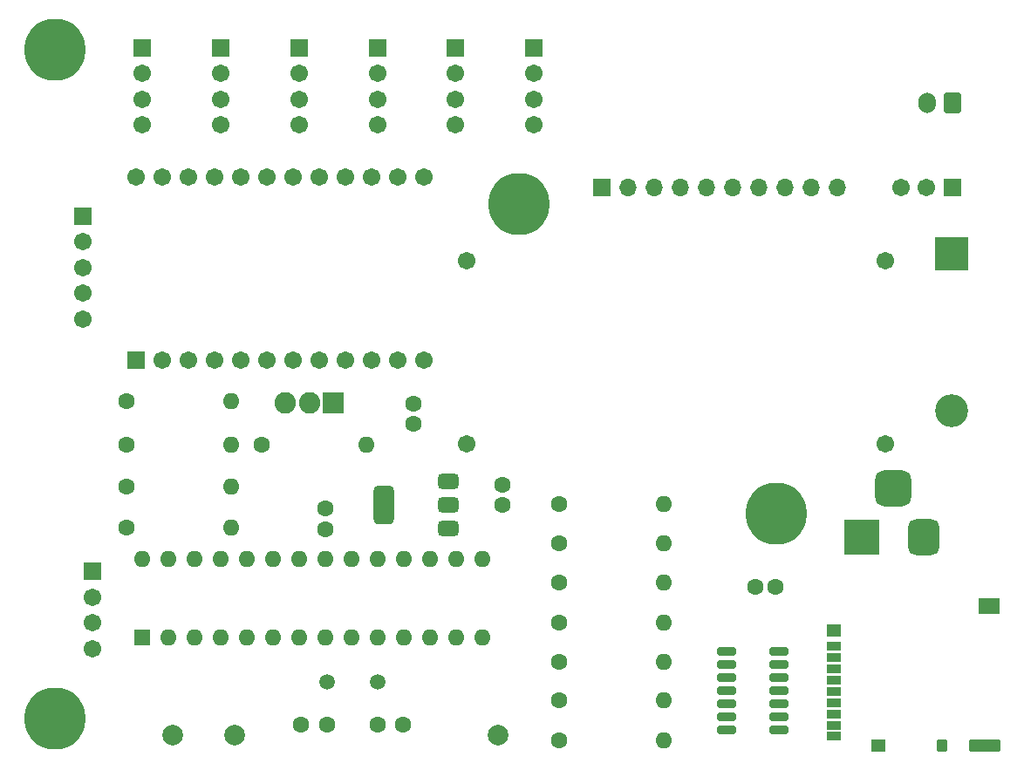
<source format=gbr>
%TF.GenerationSoftware,KiCad,Pcbnew,8.0.2*%
%TF.CreationDate,2024-12-07T14:58:36+07:00*%
%TF.ProjectId,bit-v5.1.1,6269742d-7635-42e3-912e-312e6b696361,rev?*%
%TF.SameCoordinates,Original*%
%TF.FileFunction,Soldermask,Top*%
%TF.FilePolarity,Negative*%
%FSLAX46Y46*%
G04 Gerber Fmt 4.6, Leading zero omitted, Abs format (unit mm)*
G04 Created by KiCad (PCBNEW 8.0.2) date 2024-12-07 14:58:36*
%MOMM*%
%LPD*%
G01*
G04 APERTURE LIST*
G04 Aperture macros list*
%AMRoundRect*
0 Rectangle with rounded corners*
0 $1 Rounding radius*
0 $2 $3 $4 $5 $6 $7 $8 $9 X,Y pos of 4 corners*
0 Add a 4 corners polygon primitive as box body*
4,1,4,$2,$3,$4,$5,$6,$7,$8,$9,$2,$3,0*
0 Add four circle primitives for the rounded corners*
1,1,$1+$1,$2,$3*
1,1,$1+$1,$4,$5*
1,1,$1+$1,$6,$7*
1,1,$1+$1,$8,$9*
0 Add four rect primitives between the rounded corners*
20,1,$1+$1,$2,$3,$4,$5,0*
20,1,$1+$1,$4,$5,$6,$7,0*
20,1,$1+$1,$6,$7,$8,$9,0*
20,1,$1+$1,$8,$9,$2,$3,0*%
G04 Aperture macros list end*
%ADD10RoundRect,0.102000X0.937500X0.937500X-0.937500X0.937500X-0.937500X-0.937500X0.937500X-0.937500X0*%
%ADD11C,2.079000*%
%ADD12C,1.600000*%
%ADD13C,2.000000*%
%ADD14RoundRect,0.102000X0.754000X-0.754000X0.754000X0.754000X-0.754000X0.754000X-0.754000X-0.754000X0*%
%ADD15C,1.712000*%
%ADD16O,6.000000X6.000000*%
%ADD17RoundRect,0.102000X-0.800100X-0.279400X0.800100X-0.279400X0.800100X0.279400X-0.800100X0.279400X0*%
%ADD18R,1.600000X1.600000*%
%ADD19O,1.600000X1.600000*%
%ADD20RoundRect,0.250000X0.600000X0.750000X-0.600000X0.750000X-0.600000X-0.750000X0.600000X-0.750000X0*%
%ADD21O,1.700000X2.000000*%
%ADD22RoundRect,0.375000X0.625000X0.375000X-0.625000X0.375000X-0.625000X-0.375000X0.625000X-0.375000X0*%
%ADD23RoundRect,0.500000X0.500000X1.400000X-0.500000X1.400000X-0.500000X-1.400000X0.500000X-1.400000X0*%
%ADD24R,3.500000X3.500000*%
%ADD25RoundRect,0.750000X0.750000X1.000000X-0.750000X1.000000X-0.750000X-1.000000X0.750000X-1.000000X0*%
%ADD26RoundRect,0.875000X0.875000X0.875000X-0.875000X0.875000X-0.875000X-0.875000X0.875000X-0.875000X0*%
%ADD27RoundRect,0.102000X0.600000X-0.350000X0.600000X0.350000X-0.600000X0.350000X-0.600000X-0.350000X0*%
%ADD28RoundRect,0.102000X0.400000X-0.500000X0.400000X0.500000X-0.400000X0.500000X-0.400000X-0.500000X0*%
%ADD29RoundRect,0.102000X0.600000X-0.500000X0.600000X0.500000X-0.600000X0.500000X-0.600000X-0.500000X0*%
%ADD30RoundRect,0.102000X1.400000X-0.500000X1.400000X0.500000X-1.400000X0.500000X-1.400000X-0.500000X0*%
%ADD31RoundRect,0.102000X0.950000X-0.650000X0.950000X0.650000X-0.950000X0.650000X-0.950000X-0.650000X0*%
%ADD32RoundRect,0.102000X-0.754000X-0.754000X0.754000X-0.754000X0.754000X0.754000X-0.754000X0.754000X0*%
%ADD33R,1.700000X1.700000*%
%ADD34O,1.700000X1.700000*%
%ADD35C,1.500000*%
%ADD36R,3.200000X3.200000*%
%ADD37O,3.200000X3.200000*%
G04 APERTURE END LIST*
D10*
%TO.C,Q1*%
X138532500Y-102165000D03*
D11*
X136242500Y-102165000D03*
X133952500Y-102165000D03*
%TD*%
D12*
%TO.C,C4*%
X137780000Y-114410000D03*
X137780000Y-112410000D03*
%TD*%
D13*
%TO.C,TP1*%
X123000000Y-134390000D03*
%TD*%
D14*
%TO.C,J3*%
X142855000Y-67690000D03*
D15*
X142855000Y-70190000D03*
X142855000Y-72690000D03*
X142855000Y-75190000D03*
%TD*%
D16*
%TO.C,*%
X181594715Y-112900000D03*
%TD*%
D17*
%TO.C,U4*%
X176726315Y-126279685D03*
X176726315Y-127549685D03*
X176726315Y-128819685D03*
X176726315Y-130089685D03*
X176726315Y-131359685D03*
X176726315Y-132629685D03*
X176726315Y-133899685D03*
X181806315Y-133899685D03*
X181806315Y-132629685D03*
X181806315Y-131359685D03*
X181806315Y-130089685D03*
X181806315Y-128819685D03*
X181806315Y-127549685D03*
X181806315Y-126279685D03*
%TD*%
D18*
%TO.C,U1*%
X120000000Y-124975000D03*
D19*
X122540000Y-124975000D03*
X125080000Y-124975000D03*
X127620000Y-124975000D03*
X130160000Y-124975000D03*
X132700000Y-124975000D03*
X135240000Y-124975000D03*
X137780000Y-124975000D03*
X140320000Y-124975000D03*
X142860000Y-124975000D03*
X145400000Y-124975000D03*
X147940000Y-124975000D03*
X150480000Y-124975000D03*
X153020000Y-124975000D03*
X153020000Y-117355000D03*
X150480000Y-117355000D03*
X147940000Y-117355000D03*
X145400000Y-117355000D03*
X142860000Y-117355000D03*
X140320000Y-117355000D03*
X137780000Y-117355000D03*
X135240000Y-117355000D03*
X132700000Y-117355000D03*
X130160000Y-117355000D03*
X127620000Y-117355000D03*
X125080000Y-117355000D03*
X122540000Y-117355000D03*
X120000000Y-117355000D03*
%TD*%
D20*
%TO.C,J9*%
X198700000Y-73000000D03*
D21*
X196200000Y-73000000D03*
%TD*%
D12*
%TO.C,R10*%
X118500000Y-110250000D03*
D19*
X128660000Y-110250000D03*
%TD*%
D12*
%TO.C,R5*%
X118500000Y-101950000D03*
D19*
X128660000Y-101950000D03*
%TD*%
D12*
%TO.C,C6*%
X137965000Y-133390000D03*
X135465000Y-133390000D03*
%TD*%
%TO.C,R11*%
X118500000Y-114250000D03*
D19*
X128660000Y-114250000D03*
%TD*%
D22*
%TO.C,U2*%
X149740000Y-114390000D03*
X149740000Y-112090000D03*
D23*
X143440000Y-112090000D03*
D22*
X149740000Y-109790000D03*
%TD*%
D16*
%TO.C,*%
X111594715Y-67836685D03*
%TD*%
D12*
%TO.C,R9*%
X160480000Y-127266932D03*
D19*
X170640000Y-127266932D03*
%TD*%
D12*
%TO.C,R12*%
X131600000Y-106240000D03*
D19*
X141760000Y-106240000D03*
%TD*%
D12*
%TO.C,R2*%
X160480000Y-123452699D03*
D19*
X170640000Y-123452699D03*
%TD*%
D16*
%TO.C,*%
X156594715Y-82836685D03*
%TD*%
D12*
%TO.C,R1*%
X160480000Y-115824233D03*
D19*
X170640000Y-115824233D03*
%TD*%
D16*
%TO.C,*%
X111594715Y-132836685D03*
%TD*%
D14*
%TO.C,J1*%
X158055000Y-67690000D03*
D15*
X158055000Y-70190000D03*
X158055000Y-72690000D03*
X158055000Y-75190000D03*
%TD*%
D14*
%TO.C,J2*%
X150455000Y-67690000D03*
D15*
X150455000Y-70190000D03*
X150455000Y-72690000D03*
X150455000Y-75190000D03*
%TD*%
D13*
%TO.C,TP2*%
X129000000Y-134390000D03*
%TD*%
D12*
%TO.C,R7*%
X160480000Y-134895400D03*
D19*
X170640000Y-134895400D03*
%TD*%
D13*
%TO.C,TP3*%
X154560000Y-134390000D03*
%TD*%
D24*
%TO.C,J11*%
X189899000Y-115160000D03*
D25*
X195899000Y-115160000D03*
D26*
X192899000Y-110460000D03*
%TD*%
D14*
%TO.C,J5*%
X127655000Y-67690000D03*
D15*
X127655000Y-70190000D03*
X127655000Y-72690000D03*
X127655000Y-75190000D03*
%TD*%
D12*
%TO.C,C2*%
X155010000Y-112090000D03*
X155010000Y-110090000D03*
%TD*%
%TO.C,R3*%
X160480000Y-119638466D03*
D19*
X170640000Y-119638466D03*
%TD*%
D14*
%TO.C,J8*%
X114250000Y-84000000D03*
D15*
X114250000Y-86500000D03*
X114250000Y-89000000D03*
X114250000Y-91500000D03*
X114250000Y-94000000D03*
%TD*%
D12*
%TO.C,C3*%
X181533800Y-120000000D03*
X179533800Y-120000000D03*
%TD*%
%TO.C,C1*%
X146360000Y-104220000D03*
X146360000Y-102220000D03*
%TD*%
%TO.C,R6*%
X118500000Y-106250000D03*
D19*
X128660000Y-106250000D03*
%TD*%
D27*
%TO.C,J12*%
X187155000Y-125820000D03*
X187155000Y-126920000D03*
X187155000Y-128020000D03*
X187155000Y-129120000D03*
X187155000Y-130220000D03*
X187155000Y-131320000D03*
X187155000Y-132420000D03*
X187155000Y-133520000D03*
D28*
X197655000Y-135420000D03*
D27*
X187155000Y-134470000D03*
D29*
X191455000Y-135420000D03*
X187155000Y-124270000D03*
D30*
X201805000Y-135420000D03*
D31*
X202255000Y-121920000D03*
%TD*%
D12*
%TO.C,R4*%
X160480000Y-112010000D03*
D19*
X170640000Y-112010000D03*
%TD*%
D14*
%TO.C,J7*%
X115163600Y-118500000D03*
D15*
X115163600Y-121000000D03*
X115163600Y-123500000D03*
X115163600Y-126000000D03*
%TD*%
D14*
%TO.C,J6*%
X120055000Y-67690000D03*
D15*
X120055000Y-70190000D03*
X120055000Y-72690000D03*
X120055000Y-75190000D03*
%TD*%
D32*
%TO.C,J10*%
X198660000Y-81250000D03*
D15*
X196160000Y-81250000D03*
X193660000Y-81250000D03*
%TD*%
D12*
%TO.C,R8*%
X160480000Y-131070000D03*
D19*
X170640000Y-131070000D03*
%TD*%
D12*
%TO.C,C5*%
X145360000Y-133380000D03*
X142860000Y-133380000D03*
%TD*%
D33*
%TO.C,U6*%
X164640000Y-81250000D03*
D34*
X167180000Y-81250000D03*
X169720000Y-81250000D03*
X172260000Y-81250000D03*
X174800000Y-81250000D03*
X177340000Y-81250000D03*
X179880000Y-81250000D03*
X182420000Y-81250000D03*
X184960000Y-81250000D03*
X187500000Y-81250000D03*
%TD*%
D35*
%TO.C,Y1*%
X142860000Y-129250000D03*
X137980000Y-129250000D03*
%TD*%
D14*
%TO.C,U3*%
X119466500Y-98030000D03*
D15*
X122006500Y-98030000D03*
X124546500Y-98030000D03*
X127086500Y-98030000D03*
X129626500Y-98030000D03*
X132166500Y-98030000D03*
X134706500Y-98030000D03*
X137246500Y-98030000D03*
X139786500Y-98030000D03*
X142326500Y-98030000D03*
X144866500Y-98030000D03*
X147406500Y-98030000D03*
X147406500Y-80250000D03*
X144866500Y-80250000D03*
X142326500Y-80250000D03*
X139786500Y-80250000D03*
X137246500Y-80250000D03*
X134706500Y-80250000D03*
X132166500Y-80250000D03*
X129626500Y-80250000D03*
X127086500Y-80250000D03*
X124546500Y-80250000D03*
X122006500Y-80250000D03*
X119466500Y-80250000D03*
%TD*%
%TO.C,U5*%
X192170000Y-106140000D03*
X192170000Y-88360000D03*
X151530000Y-88360000D03*
X151530000Y-106140000D03*
%TD*%
D36*
%TO.C,D1*%
X198560000Y-87671685D03*
D37*
X198560000Y-102911685D03*
%TD*%
D14*
%TO.C,J4*%
X135255000Y-67690000D03*
D15*
X135255000Y-70190000D03*
X135255000Y-72690000D03*
X135255000Y-75190000D03*
%TD*%
M02*

</source>
